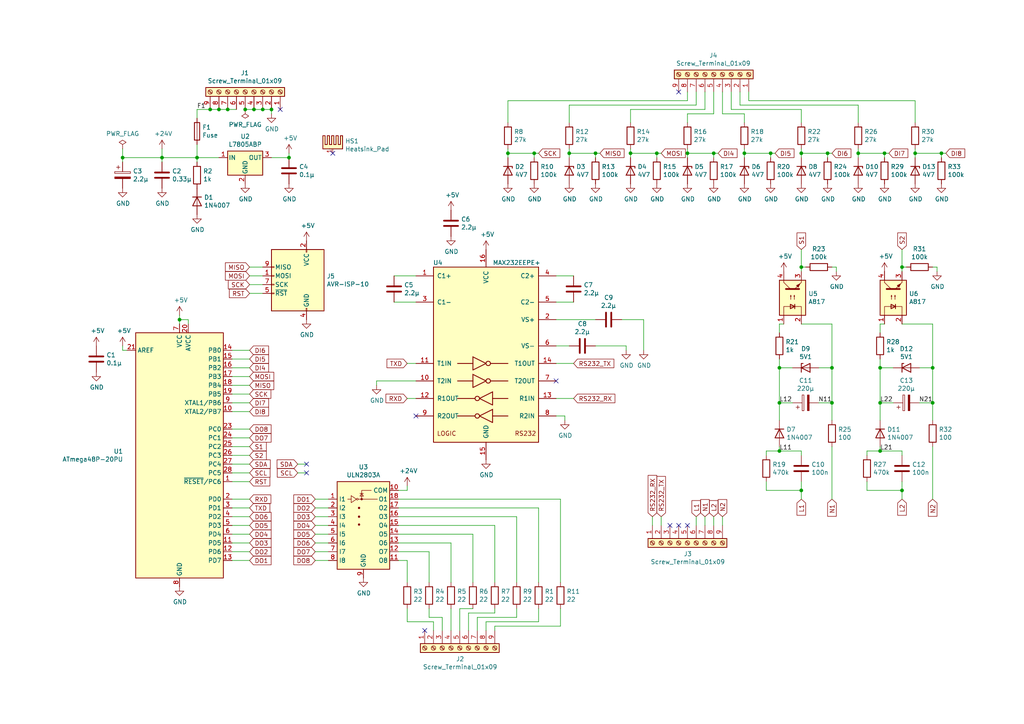
<source format=kicad_sch>
(kicad_sch (version 20230121) (generator eeschema)
  (paper "A4")
  (lib_symbols
    (symbol "Connector:AVR-ISP-10" (pin_names (offset 1.016))
      (property "Reference" "J" (at -6.35 11.43 0))
      (property "Value" "AVR-ISP-10" (at 0 11.43 0))
      (symbol "AVR-ISP-10_1_1"
        (pin passive line (at 10.16 2.54 180) (length 2.54) (name "MOSI") (number "1"))
        (pin passive line (at -2.54 -10.16 90) (length 2.54) hide (name "GND") (number "10"))
        (pin passive line (at -2.54 12.7 270) (length 2.54) (name "VCC") (number "2"))
        (pin no_connect line (at 7.62 -5.08 180) (length 2.54) hide (name "NC") (number "3"))
        (pin passive line (at -2.54 -10.16 90) (length 2.54) (name "GND") (number "4"))
        (pin passive line (at 10.16 -2.54 180) (length 2.54) (name "~{RST}") (number "5"))
        (pin passive line (at -2.54 -10.16 90) (length 2.54) hide (name "GND") (number "6"))
        (pin passive line (at 10.16 0 180) (length 2.54) (name "SCK") (number "7"))
        (pin passive line (at -2.54 -10.16 90) (length 2.54) hide (name "GND") (number "8"))
        (pin passive line (at 10.16 5.08 180) (length 2.54) (name "MISO") (number "9"))
      )
    )
    (symbol "Connector:Screw_Terminal_01x09" (pin_names (offset 1.016) hide)
      (property "Reference" "J" (at 0 12.7 0))
      (property "Value" "Screw_Terminal_01x09" (at 0 -12.7 0))
      (symbol "Screw_Terminal_01x09_1_1"
        (pin passive line (at -5.08 10.16 0) (length 3.81) (name "Pin_1") (number "1"))
        (pin passive line (at -5.08 7.62 0) (length 3.81) (name "Pin_2") (number "2"))
        (pin passive line (at -5.08 5.08 0) (length 3.81) (name "Pin_3") (number "3"))
        (pin passive line (at -5.08 2.54 0) (length 3.81) (name "Pin_4") (number "4"))
        (pin passive line (at -5.08 0 0) (length 3.81) (name "Pin_5") (number "5"))
        (pin passive line (at -5.08 -2.54 0) (length 3.81) (name "Pin_6") (number "6"))
        (pin passive line (at -5.08 -5.08 0) (length 3.81) (name "Pin_7") (number "7"))
        (pin passive line (at -5.08 -7.62 0) (length 3.81) (name "Pin_8") (number "8"))
        (pin passive line (at -5.08 -10.16 0) (length 3.81) (name "Pin_9") (number "9"))
      )
    )
    (symbol "Device:C" (pin_numbers hide) (pin_names (offset 0.254))
      (property "Reference" "C" (at 0.635 2.54 0))
      (property "Value" "C" (at 0.635 -2.54 0))
      (symbol "C_1_1"
        (pin passive line (at 0 3.81 270) (length 2.794) (name "~") (number "1"))
        (pin passive line (at 0 -3.81 90) (length 2.794) (name "~") (number "2"))
      )
    )
    (symbol "Device:D_Zener" (pin_numbers hide) (pin_names (offset 1.016) hide)
      (property "Reference" "D" (at 0 2.54 0))
      (property "Value" "D_Zener" (at 0 -2.54 0))
      (symbol "D_Zener_1_1"
        (pin passive line (at -3.81 0 0) (length 2.54) (name "K") (number "1"))
        (pin passive line (at 3.81 0 180) (length 2.54) (name "A") (number "2"))
      )
    )
    (symbol "Device:Fuse" (pin_numbers hide) (pin_names (offset 0))
      (property "Reference" "F" (at 2.032 0 90))
      (property "Value" "Fuse" (at -1.905 0 90))
      (symbol "Fuse_1_1"
        (pin passive line (at 0 3.81 270) (length 1.27) (name "~") (number "1"))
        (pin passive line (at 0 -3.81 90) (length 1.27) (name "~") (number "2"))
      )
    )
    (symbol "Device:R" (pin_numbers hide) (pin_names (offset 0))
      (property "Reference" "R" (at 2.032 0 90))
      (property "Value" "R" (at 0 0 90))
      (symbol "R_1_1"
        (pin passive line (at 0 3.81 270) (length 1.27) (name "~") (number "1"))
        (pin passive line (at 0 -3.81 90) (length 1.27) (name "~") (number "2"))
      )
    )
    (symbol "Diode:1N4007" (pin_numbers hide) (pin_names hide)
      (property "Reference" "D" (at 0 2.54 0))
      (property "Value" "1N4007" (at 0 -2.54 0))
      (symbol "1N4007_1_1"
        (pin passive line (at -3.81 0 0) (length 2.54) (name "K") (number "1"))
        (pin passive line (at 3.81 0 180) (length 2.54) (name "A") (number "2"))
      )
    )
    (symbol "Interface_UART:MAX232" (pin_names (offset 1.016))
      (property "Reference" "U" (at -2.54 28.575 0))
      (property "Value" "MAX232" (at -2.54 26.67 0))
      (symbol "MAX232_0_0"
        (text "LOGIC" (at -11.43 -22.86 0) (effects (font (size 1.27 1.27))))
        (text "RS232" (at 11.43 -22.86 0) (effects (font (size 1.27 1.27))))
      )
      (symbol "MAX232_1_1"
        (pin passive line (at -20.32 22.86 0) (length 5.08) (name "C1+") (number "1"))
        (pin input line (at -20.32 -7.62 0) (length 5.08) (name "T2IN") (number "10"))
        (pin input line (at -20.32 -2.54 0) (length 5.08) (name "T1IN") (number "11"))
        (pin output line (at -20.32 -12.7 0) (length 5.08) (name "R1OUT") (number "12"))
        (pin input line (at 20.32 -12.7 180) (length 5.08) (name "R1IN") (number "13"))
        (pin output line (at 20.32 -2.54 180) (length 5.08) (name "T1OUT") (number "14"))
        (pin power_in line (at 0 -30.48 90) (length 5.08) (name "GND") (number "15"))
        (pin power_in line (at 0 30.48 270) (length 5.08) (name "VCC") (number "16"))
        (pin power_out line (at 20.32 10.16 180) (length 5.08) (name "VS+") (number "2"))
        (pin passive line (at -20.32 15.24 0) (length 5.08) (name "C1-") (number "3"))
        (pin passive line (at 20.32 22.86 180) (length 5.08) (name "C2+") (number "4"))
        (pin passive line (at 20.32 15.24 180) (length 5.08) (name "C2-") (number "5"))
        (pin power_out line (at 20.32 2.54 180) (length 5.08) (name "VS-") (number "6"))
        (pin output line (at 20.32 -7.62 180) (length 5.08) (name "T2OUT") (number "7"))
        (pin input line (at 20.32 -17.78 180) (length 5.08) (name "R2IN") (number "8"))
        (pin output line (at -20.32 -17.78 0) (length 5.08) (name "R2OUT") (number "9"))
      )
    )
    (symbol "Isolator:PC817" (pin_names (offset 1.016))
      (property "Reference" "U" (at -5.08 5.08 0))
      (property "Value" "PC817" (at 0 5.08 0))
      (symbol "PC817_1_1"
        (pin passive line (at -7.62 2.54 0) (length 2.54) (name "~") (number "1"))
        (pin passive line (at -7.62 -2.54 0) (length 2.54) (name "~") (number "2"))
        (pin passive line (at 7.62 -2.54 180) (length 2.54) (name "~") (number "3"))
        (pin passive line (at 7.62 2.54 180) (length 2.54) (name "~") (number "4"))
      )
    )
    (symbol "Mechanical:Heatsink_Pad" (pin_names (offset 0))
      (property "Reference" "HS" (at 0 5.715 0))
      (property "Value" "Heatsink_Pad" (at 0 3.81 0))
      (symbol "Heatsink_Pad_1_1"
        (pin passive line (at 0 -2.54 90) (length 1.27) (name "~") (number "1"))
      )
    )
    (symbol "Regulator_Linear:L7805" (pin_names (offset 0.254))
      (property "Reference" "U" (at -3.81 3.175 0))
      (property "Value" "L7805" (at 0 3.175 0))
      (symbol "L7805_1_1"
        (pin power_in line (at -7.62 0 0) (length 2.54) (name "IN") (number "1"))
        (pin power_in line (at 0 -7.62 90) (length 2.54) (name "GND") (number "2"))
        (pin power_out line (at 7.62 0 180) (length 2.54) (name "OUT") (number "3"))
      )
    )
    (symbol "Transistor_Array:ULN2803A"
      (property "Reference" "U" (at 0 13.335 0))
      (property "Value" "ULN2803A" (at 0 11.43 0))
      (symbol "ULN2803A_1_1"
        (pin input line (at -10.16 5.08 0) (length 2.54) (name "I1") (number "1"))
        (pin passive line (at 10.16 7.62 180) (length 2.54) (name "COM") (number "10"))
        (pin open_collector line (at 10.16 -12.7 180) (length 2.54) (name "O8") (number "11"))
        (pin open_collector line (at 10.16 -10.16 180) (length 2.54) (name "O7") (number "12"))
        (pin open_collector line (at 10.16 -7.62 180) (length 2.54) (name "O6") (number "13"))
        (pin open_collector line (at 10.16 -5.08 180) (length 2.54) (name "O5") (number "14"))
        (pin open_collector line (at 10.16 -2.54 180) (length 2.54) (name "O4") (number "15"))
        (pin open_collector line (at 10.16 0 180) (length 2.54) (name "O3") (number "16"))
        (pin open_collector line (at 10.16 2.54 180) (length 2.54) (name "O2") (number "17"))
        (pin open_collector line (at 10.16 5.08 180) (length 2.54) (name "O1") (number "18"))
        (pin input line (at -10.16 2.54 0) (length 2.54) (name "I2") (number "2"))
        (pin input line (at -10.16 0 0) (length 2.54) (name "I3") (number "3"))
        (pin input line (at -10.16 -2.54 0) (length 2.54) (name "I4") (number "4"))
        (pin input line (at -10.16 -5.08 0) (length 2.54) (name "I5") (number "5"))
        (pin input line (at -10.16 -7.62 0) (length 2.54) (name "I6") (number "6"))
        (pin input line (at -10.16 -10.16 0) (length 2.54) (name "I7") (number "7"))
        (pin input line (at -10.16 -12.7 0) (length 2.54) (name "I8") (number "8"))
        (pin power_in line (at 0 -17.78 90) (length 2.54) (name "GND") (number "9"))
      )
    )
    (symbol "homecontrol-rescue:ATmega48P-20PU-MCU_Microchip_ATmega"
      (property "Reference" "U" (at -12.7 36.83 0))
      (property "Value" "MCU_Microchip_ATmega_ATmega48P-20PU" (at 2.54 -36.83 0))
      (symbol "ATmega48P-20PU-MCU_Microchip_ATmega_1_1"
        (pin bidirectional line (at 15.24 -7.62 180) (length 2.54) (name "~{RESET}/PC6") (number "1"))
        (pin bidirectional line (at 15.24 12.7 180) (length 2.54) (name "XTAL2/PB7") (number "10"))
        (pin bidirectional line (at 15.24 -25.4 180) (length 2.54) (name "PD5") (number "11"))
        (pin bidirectional line (at 15.24 -27.94 180) (length 2.54) (name "PD6") (number "12"))
        (pin bidirectional line (at 15.24 -30.48 180) (length 2.54) (name "PD7") (number "13"))
        (pin bidirectional line (at 15.24 30.48 180) (length 2.54) (name "PB0") (number "14"))
        (pin bidirectional line (at 15.24 27.94 180) (length 2.54) (name "PB1") (number "15"))
        (pin bidirectional line (at 15.24 25.4 180) (length 2.54) (name "PB2") (number "16"))
        (pin bidirectional line (at 15.24 22.86 180) (length 2.54) (name "PB3") (number "17"))
        (pin bidirectional line (at 15.24 20.32 180) (length 2.54) (name "PB4") (number "18"))
        (pin bidirectional line (at 15.24 17.78 180) (length 2.54) (name "PB5") (number "19"))
        (pin bidirectional line (at 15.24 -12.7 180) (length 2.54) (name "PD0") (number "2"))
        (pin power_in line (at 2.54 38.1 270) (length 2.54) (name "AVCC") (number "20"))
        (pin passive line (at -15.24 30.48 0) (length 2.54) (name "AREF") (number "21"))
        (pin passive line (at 0 -38.1 90) (length 2.54) hide (name "GND") (number "22"))
        (pin bidirectional line (at 15.24 7.62 180) (length 2.54) (name "PC0") (number "23"))
        (pin bidirectional line (at 15.24 5.08 180) (length 2.54) (name "PC1") (number "24"))
        (pin bidirectional line (at 15.24 2.54 180) (length 2.54) (name "PC2") (number "25"))
        (pin bidirectional line (at 15.24 0 180) (length 2.54) (name "PC3") (number "26"))
        (pin bidirectional line (at 15.24 -2.54 180) (length 2.54) (name "PC4") (number "27"))
        (pin bidirectional line (at 15.24 -5.08 180) (length 2.54) (name "PC5") (number "28"))
        (pin bidirectional line (at 15.24 -15.24 180) (length 2.54) (name "PD1") (number "3"))
        (pin bidirectional line (at 15.24 -17.78 180) (length 2.54) (name "PD2") (number "4"))
        (pin bidirectional line (at 15.24 -20.32 180) (length 2.54) (name "PD3") (number "5"))
        (pin bidirectional line (at 15.24 -22.86 180) (length 2.54) (name "PD4") (number "6"))
        (pin power_in line (at 0 38.1 270) (length 2.54) (name "VCC") (number "7"))
        (pin power_in line (at 0 -38.1 90) (length 2.54) (name "GND") (number "8"))
        (pin bidirectional line (at 15.24 15.24 180) (length 2.54) (name "XTAL1/PB6") (number "9"))
      )
    )
    (symbol "homecontrol-rescue:CP-Device" (pin_numbers hide) (pin_names (offset 0.254))
      (property "Reference" "C" (at 0.635 2.54 0))
      (property "Value" "Device_CP" (at 0.635 -2.54 0))
      (symbol "CP-Device_1_1"
        (pin passive line (at 0 3.81 270) (length 2.794) (name "~") (number "1"))
        (pin passive line (at 0 -3.81 90) (length 2.794) (name "~") (number "2"))
      )
    )
    (symbol "power:+24V" (power) (pin_names (offset 0))
      (property "Value" "+24V" (at 0 3.556 0))
      (symbol "+24V_1_1"
        (pin power_in line (at 0 0 90) (length 0) hide (name "+24V") (number "1"))
      )
    )
    (symbol "power:+5V" (power) (pin_names (offset 0))
      (property "Value" "+5V" (at 0 3.556 0))
      (symbol "+5V_1_1"
        (pin power_in line (at 0 0 90) (length 0) hide (name "+5V") (number "1"))
      )
    )
    (symbol "power:GND" (power) (pin_names (offset 0))
      (property "Value" "GND" (at 0 -3.81 0))
      (symbol "GND_1_1"
        (pin power_in line (at 0 0 270) (length 0) hide (name "GND") (number "1"))
      )
    )
    (symbol "power:PWR_FLAG" (power) (pin_numbers hide) (pin_names (offset 0) hide)
      (property "Value" "PWR_FLAG" (at 0 3.81 0))
      (symbol "PWR_FLAG_0_0"
        (pin power_out line (at 0 0 90) (length 0) (name "pwr") (number "1"))
      )
    )
  )
  (junction (at 232.41 44.45))
  (junction (at 226.06 130.81))
  (junction (at 182.88 44.45))
  (junction (at 63.5 31.75))
  (junction (at 52.07 92.71))
  (junction (at 66.04 31.75))
  (junction (at 215.9 44.45))
  (junction (at 270.51 116.84))
  (junction (at 190.5 44.45))
  (junction (at 232.41 77.47))
  (junction (at 57.15 45.72))
  (junction (at 261.62 77.47))
  (junction (at 261.62 142.24))
  (junction (at 78.74 31.75))
  (junction (at 255.27 106.68))
  (junction (at 147.32 44.45))
  (junction (at 232.41 142.24))
  (junction (at 241.3 116.84))
  (junction (at 83.82 45.72))
  (junction (at 207.01 44.45))
  (junction (at 273.05 44.45))
  (junction (at 165.1 44.45))
  (junction (at 226.06 106.68))
  (junction (at 241.3 106.68))
  (junction (at 256.54 44.45))
  (junction (at 255.27 130.81))
  (junction (at 154.94 44.45))
  (junction (at 255.27 116.84))
  (junction (at 248.92 44.45))
  (junction (at 199.39 44.45))
  (junction (at 240.03 44.45))
  (junction (at 270.51 106.68))
  (junction (at 226.06 116.84))
  (junction (at 71.12 31.75))
  (junction (at 60.96 31.75))
  (junction (at 265.43 44.45))
  (junction (at 73.66 31.75))
  (junction (at 46.99 45.72))
  (junction (at 35.56 45.72))
  (junction (at 172.72 44.45))
  (junction (at 223.52 44.45))
  (junction (at 76.2 31.75))
  (no_connect (at 120.65 120.65))
  (no_connect (at 123.19 182.88))
  (no_connect (at 88.9 134.62))
  (no_connect (at 88.9 137.16))
  (no_connect (at 196.85 26.67))
  (no_connect (at 96.52 44.45))
  (no_connect (at 194.31 152.4))
  (no_connect (at 196.85 152.4))
  (no_connect (at 199.39 152.4))
  (no_connect (at 161.29 110.49))
  (no_connect (at 81.28 31.75))
  (wire (pts (xy 226.06 130.81) (xy 222.25 130.81)))
  (wire (pts (xy 163.83 121.92) (xy 163.83 120.65)))
  (wire (pts (xy 46.99 43.18) (xy 46.99 45.72)))
  (wire (pts (xy 207.01 149.86) (xy 207.01 152.4)))
  (wire (pts (xy 140.97 180.34) (xy 156.21 180.34)))
  (wire (pts (xy 143.51 152.4) (xy 143.51 168.91)))
  (wire (pts (xy 54.61 92.71) (xy 54.61 93.98)))
  (wire (pts (xy 172.72 100.33) (xy 181.61 100.33)))
  (wire (pts (xy 255.27 116.84) (xy 255.27 106.68)))
  (wire (pts (xy 72.39 139.7) (xy 67.31 139.7)))
  (wire (pts (xy 83.82 45.72) (xy 78.74 45.72)))
  (wire (pts (xy 162.56 176.53) (xy 162.56 181.61)))
  (wire (pts (xy 143.51 176.53) (xy 143.51 177.8)))
  (wire (pts (xy 232.41 142.24) (xy 232.41 144.78)))
  (wire (pts (xy 182.88 44.45) (xy 182.88 45.72)))
  (wire (pts (xy 265.43 29.21) (xy 217.17 29.21)))
  (wire (pts (xy 109.22 110.49) (xy 120.65 110.49)))
  (wire (pts (xy 201.93 149.86) (xy 201.93 152.4)))
  (wire (pts (xy 35.56 45.72) (xy 46.99 45.72)))
  (wire (pts (xy 67.31 154.94) (xy 72.39 154.94)))
  (wire (pts (xy 255.27 130.81) (xy 261.62 130.81)))
  (wire (pts (xy 271.78 77.47) (xy 271.78 78.74)))
  (wire (pts (xy 149.86 179.07) (xy 149.86 176.53)))
  (wire (pts (xy 199.39 35.56) (xy 199.39 33.02)))
  (wire (pts (xy 270.51 106.68) (xy 266.7 106.68)))
  (wire (pts (xy 222.25 130.81) (xy 222.25 132.08)))
  (wire (pts (xy 67.31 104.14) (xy 72.39 104.14)))
  (wire (pts (xy 241.3 106.68) (xy 237.49 106.68)))
  (wire (pts (xy 72.39 137.16) (xy 67.31 137.16)))
  (wire (pts (xy 255.27 106.68) (xy 259.08 106.68)))
  (wire (pts (xy 114.3 80.01) (xy 120.65 80.01)))
  (wire (pts (xy 66.04 31.75) (xy 68.58 31.75)))
  (wire (pts (xy 226.06 121.92) (xy 226.06 116.84)))
  (wire (pts (xy 256.54 44.45) (xy 257.81 44.45)))
  (wire (pts (xy 72.39 119.38) (xy 67.31 119.38)))
  (wire (pts (xy 259.08 116.84) (xy 255.27 116.84)))
  (wire (pts (xy 232.41 77.47) (xy 232.41 78.74)))
  (wire (pts (xy 72.39 109.22) (xy 67.31 109.22)))
  (wire (pts (xy 204.47 31.75) (xy 182.88 31.75)))
  (wire (pts (xy 251.46 130.81) (xy 251.46 132.08)))
  (wire (pts (xy 273.05 44.45) (xy 274.32 44.45)))
  (wire (pts (xy 214.63 30.48) (xy 248.92 30.48)))
  (wire (pts (xy 67.31 147.32) (xy 72.39 147.32)))
  (wire (pts (xy 115.57 149.86) (xy 149.86 149.86)))
  (wire (pts (xy 67.31 134.62) (xy 72.39 134.62)))
  (wire (pts (xy 261.62 77.47) (xy 261.62 78.74)))
  (wire (pts (xy 270.51 93.98) (xy 270.51 106.68)))
  (wire (pts (xy 120.65 115.57) (xy 118.11 115.57)))
  (wire (pts (xy 242.57 77.47) (xy 242.57 78.74)))
  (wire (pts (xy 118.11 162.56) (xy 118.11 168.91)))
  (wire (pts (xy 232.41 139.7) (xy 232.41 142.24)))
  (wire (pts (xy 255.27 93.98) (xy 255.27 96.52)))
  (wire (pts (xy 161.29 92.71) (xy 172.72 92.71)))
  (wire (pts (xy 72.39 80.01) (xy 76.2 80.01)))
  (wire (pts (xy 72.39 152.4) (xy 67.31 152.4)))
  (wire (pts (xy 95.25 152.4) (xy 91.44 152.4)))
  (wire (pts (xy 115.57 154.94) (xy 137.16 154.94)))
  (wire (pts (xy 35.56 101.6) (xy 36.83 101.6)))
  (wire (pts (xy 35.56 100.33) (xy 35.56 101.6)))
  (wire (pts (xy 226.06 129.54) (xy 226.06 130.81)))
  (wire (pts (xy 261.62 142.24) (xy 251.46 142.24)))
  (wire (pts (xy 226.06 93.98) (xy 226.06 96.52)))
  (wire (pts (xy 229.87 116.84) (xy 226.06 116.84)))
  (wire (pts (xy 118.11 162.56) (xy 115.57 162.56)))
  (wire (pts (xy 161.29 80.01) (xy 166.37 80.01)))
  (wire (pts (xy 52.07 91.44) (xy 52.07 92.71)))
  (wire (pts (xy 265.43 44.45) (xy 273.05 44.45)))
  (wire (pts (xy 125.73 180.34) (xy 125.73 182.88)))
  (wire (pts (xy 67.31 132.08) (xy 72.39 132.08)))
  (wire (pts (xy 115.57 160.02) (xy 124.46 160.02)))
  (wire (pts (xy 72.39 129.54) (xy 67.31 129.54)))
  (wire (pts (xy 199.39 44.45) (xy 199.39 45.72)))
  (wire (pts (xy 182.88 44.45) (xy 190.5 44.45)))
  (wire (pts (xy 91.44 149.86) (xy 95.25 149.86)))
  (wire (pts (xy 124.46 179.07) (xy 128.27 179.07)))
  (wire (pts (xy 215.9 44.45) (xy 223.52 44.45)))
  (wire (pts (xy 63.5 31.75) (xy 66.04 31.75)))
  (wire (pts (xy 255.27 129.54) (xy 255.27 130.81)))
  (wire (pts (xy 261.62 93.98) (xy 270.51 93.98)))
  (wire (pts (xy 209.55 33.02) (xy 215.9 33.02)))
  (wire (pts (xy 261.62 130.81) (xy 261.62 132.08)))
  (wire (pts (xy 154.94 44.45) (xy 154.94 45.72)))
  (wire (pts (xy 265.43 35.56) (xy 265.43 29.21)))
  (wire (pts (xy 261.62 77.47) (xy 262.89 77.47)))
  (wire (pts (xy 72.39 124.46) (xy 67.31 124.46)))
  (wire (pts (xy 163.83 120.65) (xy 161.29 120.65)))
  (wire (pts (xy 190.5 44.45) (xy 191.77 44.45)))
  (wire (pts (xy 207.01 44.45) (xy 208.28 44.45)))
  (wire (pts (xy 241.3 144.78) (xy 241.3 129.54)))
  (wire (pts (xy 128.27 179.07) (xy 128.27 182.88)))
  (wire (pts (xy 133.35 176.53) (xy 133.35 182.88)))
  (wire (pts (xy 156.21 176.53) (xy 156.21 180.34)))
  (wire (pts (xy 133.35 176.53) (xy 137.16 176.53)))
  (wire (pts (xy 115.57 157.48) (xy 130.81 157.48)))
  (wire (pts (xy 204.47 149.86) (xy 204.47 152.4)))
  (wire (pts (xy 109.22 111.76) (xy 109.22 110.49)))
  (wire (pts (xy 115.57 144.78) (xy 162.56 144.78)))
  (wire (pts (xy 182.88 31.75) (xy 182.88 35.56)))
  (wire (pts (xy 191.77 149.86) (xy 191.77 152.4)))
  (wire (pts (xy 180.34 92.71) (xy 186.69 92.71)))
  (wire (pts (xy 57.15 41.91) (xy 57.15 45.72)))
  (wire (pts (xy 232.41 130.81) (xy 232.41 132.08)))
  (wire (pts (xy 223.52 44.45) (xy 224.79 44.45)))
  (wire (pts (xy 226.06 106.68) (xy 229.87 106.68)))
  (wire (pts (xy 270.51 116.84) (xy 270.51 106.68)))
  (wire (pts (xy 241.3 93.98) (xy 241.3 106.68)))
  (wire (pts (xy 165.1 44.45) (xy 165.1 45.72)))
  (wire (pts (xy 124.46 160.02) (xy 124.46 168.91)))
  (wire (pts (xy 78.74 31.75) (xy 78.74 33.02)))
  (wire (pts (xy 137.16 154.94) (xy 137.16 168.91)))
  (wire (pts (xy 232.41 77.47) (xy 233.68 77.47)))
  (wire (pts (xy 255.27 121.92) (xy 255.27 116.84)))
  (wire (pts (xy 226.06 116.84) (xy 226.06 106.68)))
  (wire (pts (xy 261.62 142.24) (xy 261.62 144.78)))
  (wire (pts (xy 232.41 31.75) (xy 212.09 31.75)))
  (wire (pts (xy 120.65 87.63) (xy 114.3 87.63)))
  (wire (pts (xy 72.39 157.48) (xy 67.31 157.48)))
  (wire (pts (xy 232.41 93.98) (xy 241.3 93.98)))
  (wire (pts (xy 76.2 31.75) (xy 78.74 31.75)))
  (wire (pts (xy 241.3 116.84) (xy 241.3 121.92)))
  (wire (pts (xy 261.62 72.39) (xy 261.62 77.47)))
  (wire (pts (xy 72.39 77.47) (xy 76.2 77.47)))
  (wire (pts (xy 248.92 43.18) (xy 248.92 44.45)))
  (wire (pts (xy 118.11 140.97) (xy 118.11 142.24)))
  (wire (pts (xy 172.72 44.45) (xy 172.72 45.72)))
  (wire (pts (xy 248.92 44.45) (xy 248.92 45.72)))
  (wire (pts (xy 161.29 100.33) (xy 165.1 100.33)))
  (wire (pts (xy 138.43 179.07) (xy 138.43 182.88)))
  (wire (pts (xy 67.31 114.3) (xy 72.39 114.3)))
  (wire (pts (xy 189.23 149.86) (xy 189.23 152.4)))
  (wire (pts (xy 83.82 44.45) (xy 83.82 45.72)))
  (wire (pts (xy 241.3 116.84) (xy 241.3 106.68)))
  (wire (pts (xy 57.15 31.75) (xy 57.15 34.29)))
  (wire (pts (xy 115.57 152.4) (xy 143.51 152.4)))
  (wire (pts (xy 186.69 92.71) (xy 186.69 101.6)))
  (wire (pts (xy 156.21 147.32) (xy 156.21 168.91)))
  (wire (pts (xy 147.32 43.18) (xy 147.32 44.45)))
  (wire (pts (xy 222.25 142.24) (xy 222.25 139.7)))
  (wire (pts (xy 154.94 44.45) (xy 156.21 44.45)))
  (wire (pts (xy 166.37 115.57) (xy 161.29 115.57)))
  (wire (pts (xy 147.32 44.45) (xy 147.32 45.72)))
  (wire (pts (xy 118.11 176.53) (xy 118.11 180.34)))
  (wire (pts (xy 73.66 31.75) (xy 76.2 31.75)))
  (wire (pts (xy 240.03 44.45) (xy 240.03 45.72)))
  (wire (pts (xy 248.92 44.45) (xy 256.54 44.45)))
  (wire (pts (xy 255.27 104.14) (xy 255.27 106.68)))
  (wire (pts (xy 67.31 149.86) (xy 72.39 149.86)))
  (wire (pts (xy 217.17 29.21) (xy 217.17 26.67)))
  (wire (pts (xy 71.12 31.75) (xy 73.66 31.75)))
  (wire (pts (xy 95.25 162.56) (xy 91.44 162.56)))
  (wire (pts (xy 266.7 116.84) (xy 270.51 116.84)))
  (wire (pts (xy 240.03 44.45) (xy 241.3 44.45)))
  (wire (pts (xy 35.56 43.18) (xy 35.56 45.72)))
  (wire (pts (xy 72.39 144.78) (xy 67.31 144.78)))
  (wire (pts (xy 57.15 31.75) (xy 60.96 31.75)))
  (wire (pts (xy 135.89 177.8) (xy 143.51 177.8)))
  (wire (pts (xy 251.46 142.24) (xy 251.46 139.7)))
  (wire (pts (xy 67.31 116.84) (xy 72.39 116.84)))
  (wire (pts (xy 95.25 157.48) (xy 91.44 157.48)))
  (wire (pts (xy 237.49 116.84) (xy 241.3 116.84)))
  (wire (pts (xy 223.52 44.45) (xy 223.52 45.72)))
  (wire (pts (xy 248.92 30.48) (xy 248.92 35.56)))
  (wire (pts (xy 72.39 111.76) (xy 67.31 111.76)))
  (wire (pts (xy 199.39 43.18) (xy 199.39 44.45)))
  (wire (pts (xy 147.32 44.45) (xy 154.94 44.45)))
  (wire (pts (xy 212.09 31.75) (xy 212.09 26.67)))
  (wire (pts (xy 118.11 180.34) (xy 125.73 180.34)))
  (wire (pts (xy 86.36 134.62) (xy 88.9 134.62)))
  (wire (pts (xy 91.44 144.78) (xy 95.25 144.78)))
  (wire (pts (xy 199.39 33.02) (xy 207.01 33.02)))
  (wire (pts (xy 95.25 147.32) (xy 91.44 147.32)))
  (wire (pts (xy 143.51 181.61) (xy 143.51 182.88)))
  (wire (pts (xy 201.93 30.48) (xy 201.93 26.67)))
  (wire (pts (xy 149.86 149.86) (xy 149.86 168.91)))
  (wire (pts (xy 52.07 92.71) (xy 52.07 93.98)))
  (wire (pts (xy 261.62 139.7) (xy 261.62 142.24)))
  (wire (pts (xy 227.33 93.98) (xy 226.06 93.98)))
  (wire (pts (xy 91.44 154.94) (xy 95.25 154.94)))
  (wire (pts (xy 72.39 106.68) (xy 67.31 106.68)))
  (wire (pts (xy 165.1 43.18) (xy 165.1 44.45)))
  (wire (pts (xy 265.43 43.18) (xy 265.43 44.45)))
  (wire (pts (xy 182.88 43.18) (xy 182.88 44.45)))
  (wire (pts (xy 67.31 127) (xy 72.39 127)))
  (wire (pts (xy 226.06 104.14) (xy 226.06 106.68)))
  (wire (pts (xy 215.9 44.45) (xy 215.9 45.72)))
  (wire (pts (xy 232.41 44.45) (xy 240.03 44.45)))
  (wire (pts (xy 199.39 44.45) (xy 207.01 44.45)))
  (wire (pts (xy 57.15 45.72) (xy 63.5 45.72)))
  (wire (pts (xy 124.46 176.53) (xy 124.46 179.07)))
  (wire (pts (xy 57.15 46.99) (xy 57.15 45.72)))
  (wire (pts (xy 162.56 144.78) (xy 162.56 168.91)))
  (wire (pts (xy 273.05 44.45) (xy 273.05 45.72)))
  (wire (pts (xy 67.31 160.02) (xy 72.39 160.02)))
  (wire (pts (xy 162.56 181.61) (xy 143.51 181.61)))
  (wire (pts (xy 52.07 92.71) (xy 54.61 92.71)))
  (wire (pts (xy 60.96 31.75) (xy 63.5 31.75)))
  (wire (pts (xy 226.06 130.81) (xy 232.41 130.81)))
  (wire (pts (xy 72.39 82.55) (xy 76.2 82.55)))
  (wire (pts (xy 199.39 29.21) (xy 147.32 29.21)))
  (wire (pts (xy 147.32 29.21) (xy 147.32 35.56)))
  (wire (pts (xy 232.41 43.18) (xy 232.41 44.45)))
  (wire (pts (xy 165.1 30.48) (xy 201.93 30.48)))
  (wire (pts (xy 86.36 137.16) (xy 88.9 137.16)))
  (wire (pts (xy 72.39 162.56) (xy 67.31 162.56)))
  (wire (pts (xy 232.41 35.56) (xy 232.41 31.75)))
  (wire (pts (xy 161.29 105.41) (xy 166.37 105.41)))
  (wire (pts (xy 209.55 149.86) (xy 209.55 152.4)))
  (wire (pts (xy 118.11 142.24) (xy 115.57 142.24)))
  (wire (pts (xy 165.1 44.45) (xy 172.72 44.45)))
  (wire (pts (xy 256.54 44.45) (xy 256.54 45.72)))
  (wire (pts (xy 209.55 26.67) (xy 209.55 33.02)))
  (wire (pts (xy 265.43 44.45) (xy 265.43 45.72)))
  (wire (pts (xy 130.81 176.53) (xy 130.81 182.88)))
  (wire (pts (xy 232.41 72.39) (xy 232.41 77.47)))
  (wire (pts (xy 165.1 35.56) (xy 165.1 30.48)))
  (wire (pts (xy 232.41 44.45) (xy 232.41 45.72)))
  (wire (pts (xy 130.81 157.48) (xy 130.81 168.91)))
  (wire (pts (xy 118.11 105.41) (xy 120.65 105.41)))
  (wire (pts (xy 232.41 142.24) (xy 222.25 142.24)))
  (wire (pts (xy 207.01 33.02) (xy 207.01 26.67)))
  (wire (pts (xy 46.99 45.72) (xy 57.15 45.72)))
  (wire (pts (xy 46.99 46.99) (xy 46.99 45.72)))
  (wire (pts (xy 115.57 147.32) (xy 156.21 147.32)))
  (wire (pts (xy 172.72 44.45) (xy 173.99 44.45)))
  (wire (pts (xy 72.39 101.6) (xy 67.31 101.6)))
  (wire (pts (xy 72.39 85.09) (xy 76.2 85.09)))
  (wire (pts (xy 190.5 44.45) (xy 190.5 45.72)))
  (wire (pts (xy 255.27 130.81) (xy 251.46 130.81)))
  (wire (pts (xy 256.54 93.98) (xy 255.27 93.98)))
  (wire (pts (xy 241.3 77.47) (xy 242.57 77.47)))
  (wire (pts (xy 35.56 46.99) (xy 35.56 45.72)))
  (wire (pts (xy 270.51 144.78) (xy 270.51 129.54)))
  (wire (pts (xy 138.43 179.07) (xy 149.86 179.07)))
  (wire (pts (xy 199.39 26.67) (xy 199.39 29.21)))
  (wire (pts (xy 270.51 77.47) (xy 271.78 77.47)))
  (wire (pts (xy 166.37 87.63) (xy 161.29 87.63)))
  (wire (pts (xy 91.44 160.02) (xy 95.25 160.02)))
  (wire (pts (xy 215.9 33.02) (xy 215.9 35.56)))
  (wire (pts (xy 214.63 26.67) (xy 214.63 30.48)))
  (wire (pts (xy 135.89 177.8) (xy 135.89 182.88)))
  (wire (pts (xy 270.51 116.84) (xy 270.51 121.92)))
  (wire (pts (xy 140.97 180.34) (xy 140.97 182.88)))
  (wire (pts (xy 215.9 43.18) (xy 215.9 44.45)))
  (wire (pts (xy 204.47 26.67) (xy 204.47 31.75)))
  (wire (pts (xy 181.61 100.33) (xy 181.61 101.6)))
  (wire (pts (xy 207.01 44.45) (xy 207.01 45.72)))
  (label "L12" (at 226.06 116.84 0))
  (label "L21" (at 255.27 130.81 0))
  (label "F1" (at 57.15 31.75 0))
  (label "L22" (at 255.27 116.84 0))
  (label "L11" (at 226.06 130.81 0))
  (label "N11" (at 241.3 116.84 180))
  (label "N21" (at 270.51 116.84 180))
  (global_label "DO5" (shape input) (at 91.44 154.94 180) (property "Intersheetrefs" "${INTERSHEET_REFS}" (effects hide)))
  (global_label "RS232_TX" (shape input) (at 191.77 149.86 90) (property "Intersheetrefs" "${INTERSHEET_REFS}" (effects hide)))
  (global_label "N1" (shape input) (at 204.47 149.86 90) (property "Intersheetrefs" "${INTERSHEET_REFS}" (effects hide)))
  (global_label "L2" (shape input) (at 261.62 144.78 270) (property "Intersheetrefs" "${INTERSHEET_REFS}" (effects hide)))
  (global_label "SCL" (shape input) (at 86.36 137.16 180) (property "Intersheetrefs" "${INTERSHEET_REFS}" (effects hide)))
  (global_label "RS232_TX" (shape input) (at 166.37 105.41 0) (property "Intersheetrefs" "${INTERSHEET_REFS}" (effects hide)))
  (global_label "DO6" (shape input) (at 91.44 157.48 180) (property "Intersheetrefs" "${INTERSHEET_REFS}" (effects hide)))
  (global_label "DO5" (shape input) (at 72.39 152.4 0) (property "Intersheetrefs" "${INTERSHEET_REFS}" (effects hide)))
  (global_label "S1" (shape input) (at 72.39 129.54 0) (property "Intersheetrefs" "${INTERSHEET_REFS}" (effects hide)))
  (global_label "DO8" (shape input) (at 91.44 162.56 180) (property "Intersheetrefs" "${INTERSHEET_REFS}" (effects hide)))
  (global_label "DI7" (shape input) (at 72.39 116.84 0) (property "Intersheetrefs" "${INTERSHEET_REFS}" (effects hide)))
  (global_label "DO4" (shape input) (at 91.44 152.4 180) (property "Intersheetrefs" "${INTERSHEET_REFS}" (effects hide)))
  (global_label "DI8" (shape input) (at 72.39 119.38 0) (property "Intersheetrefs" "${INTERSHEET_REFS}" (effects hide)))
  (global_label "DO6" (shape input) (at 72.39 149.86 0) (property "Intersheetrefs" "${INTERSHEET_REFS}" (effects hide)))
  (global_label "DO2" (shape input) (at 91.44 147.32 180) (property "Intersheetrefs" "${INTERSHEET_REFS}" (effects hide)))
  (global_label "MISO" (shape input) (at 72.39 111.76 0) (property "Intersheetrefs" "${INTERSHEET_REFS}" (effects hide)))
  (global_label "DI4" (shape input) (at 208.28 44.45 0) (property "Intersheetrefs" "${INTERSHEET_REFS}" (effects hide)))
  (global_label "SCL" (shape input) (at 72.39 137.16 0) (property "Intersheetrefs" "${INTERSHEET_REFS}" (effects hide)))
  (global_label "L1" (shape input) (at 201.93 149.86 90) (property "Intersheetrefs" "${INTERSHEET_REFS}" (effects hide)))
  (global_label "DI4" (shape input) (at 72.39 106.68 0) (property "Intersheetrefs" "${INTERSHEET_REFS}" (effects hide)))
  (global_label "DI8" (shape input) (at 274.32 44.45 0) (property "Intersheetrefs" "${INTERSHEET_REFS}" (effects hide)))
  (global_label "SCK" (shape input) (at 156.21 44.45 0) (property "Intersheetrefs" "${INTERSHEET_REFS}" (effects hide)))
  (global_label "DI7" (shape input) (at 257.81 44.45 0) (property "Intersheetrefs" "${INTERSHEET_REFS}" (effects hide)))
  (global_label "DO1" (shape input) (at 72.39 162.56 0) (property "Intersheetrefs" "${INTERSHEET_REFS}" (effects hide)))
  (global_label "MISO" (shape input) (at 173.99 44.45 0) (property "Intersheetrefs" "${INTERSHEET_REFS}" (effects hide)))
  (global_label "L1" (shape input) (at 232.41 144.78 270) (property "Intersheetrefs" "${INTERSHEET_REFS}" (effects hide)))
  (global_label "DO3" (shape input) (at 91.44 149.86 180) (property "Intersheetrefs" "${INTERSHEET_REFS}" (effects hide)))
  (global_label "N2" (shape input) (at 270.51 144.78 270) (property "Intersheetrefs" "${INTERSHEET_REFS}" (effects hide)))
  (global_label "S1" (shape input) (at 232.41 72.39 90) (property "Intersheetrefs" "${INTERSHEET_REFS}" (effects hide)))
  (global_label "L2" (shape input) (at 207.01 149.86 90) (property "Intersheetrefs" "${INTERSHEET_REFS}" (effects hide)))
  (global_label "N1" (shape input) (at 241.3 144.78 270) (property "Intersheetrefs" "${INTERSHEET_REFS}" (effects hide)))
  (global_label "DO4" (shape input) (at 72.39 154.94 0) (property "Intersheetrefs" "${INTERSHEET_REFS}" (effects hide)))
  (global_label "RST" (shape input) (at 72.39 85.09 180) (property "Intersheetrefs" "${INTERSHEET_REFS}" (effects hide)))
  (global_label "DO3" (shape input) (at 72.39 157.48 0) (property "Intersheetrefs" "${INTERSHEET_REFS}" (effects hide)))
  (global_label "N2" (shape input) (at 209.55 149.86 90) (property "Intersheetrefs" "${INTERSHEET_REFS}" (effects hide)))
  (global_label "DI6" (shape input) (at 72.39 101.6 0) (property "Intersheetrefs" "${INTERSHEET_REFS}" (effects hide)))
  (global_label "SCK" (shape input) (at 72.39 82.55 180) (property "Intersheetrefs" "${INTERSHEET_REFS}" (effects hide)))
  (global_label "DO8" (shape input) (at 72.39 124.46 0) (property "Intersheetrefs" "${INTERSHEET_REFS}" (effects hide)))
  (global_label "DO7" (shape input) (at 72.39 127 0) (property "Intersheetrefs" "${INTERSHEET_REFS}" (effects hide)))
  (global_label "MOSI" (shape input) (at 72.39 80.01 180) (property "Intersheetrefs" "${INTERSHEET_REFS}" (effects hide)))
  (global_label "MISO" (shape input) (at 72.39 77.47 180) (property "Intersheetrefs" "${INTERSHEET_REFS}" (effects hide)))
  (global_label "MOSI" (shape input) (at 72.39 109.22 0) (property "Intersheetrefs" "${INTERSHEET_REFS}" (effects hide)))
  (global_label "RXD" (shape input) (at 118.11 115.57 180) (property "Intersheetrefs" "${INTERSHEET_REFS}" (effects hide)))
  (global_label "DO7" (shape input) (at 91.44 160.02 180) (property "Intersheetrefs" "${INTERSHEET_REFS}" (effects hide)))
  (global_label "DI5" (shape input) (at 224.79 44.45 0) (property "Intersheetrefs" "${INTERSHEET_REFS}" (effects hide)))
  (global_label "TXD" (shape input) (at 118.11 105.41 180) (property "Intersheetrefs" "${INTERSHEET_REFS}" (effects hide)))
  (global_label "S2" (shape input) (at 72.39 132.08 0) (property "Intersheetrefs" "${INTERSHEET_REFS}" (effects hide)))
  (global_label "RS232_RX" (shape input) (at 189.23 149.86 90) (property "Intersheetrefs" "${INTERSHEET_REFS}" (effects hide)))
  (global_label "DI6" (shape input) (at 241.3 44.45 0) (property "Intersheetrefs" "${INTERSHEET_REFS}" (effects hide)))
  (global_label "DI5" (shape input) (at 72.39 104.14 0) (property "Intersheetrefs" "${INTERSHEET_REFS}" (effects hide)))
  (global_label "TXD" (shape input) (at 72.39 147.32 0) (property "Intersheetrefs" "${INTERSHEET_REFS}" (effects hide)))
  (global_label "SDA" (shape input) (at 86.36 134.62 180) (property "Intersheetrefs" "${INTERSHEET_REFS}" (effects hide)))
  (global_label "RST" (shape input) (at 72.39 139.7 0) (property "Intersheetrefs" "${INTERSHEET_REFS}" (effects hide)))
  (global_label "SDA" (shape input) (at 72.39 134.62 0) (property "Intersheetrefs" "${INTERSHEET_REFS}" (effects hide)))
  (global_label "DO1" (shape input) (at 91.44 144.78 180) (property "Intersheetrefs" "${INTERSHEET_REFS}" (effects hide)))
  (global_label "S2" (shape input) (at 261.62 72.39 90) (property "Intersheetrefs" "${INTERSHEET_REFS}" (effects hide)))
  (global_label "SCK" (shape input) (at 72.39 114.3 0) (property "Intersheetrefs" "${INTERSHEET_REFS}" (effects hide)))
  (global_label "MOSI" (shape input) (at 191.77 44.45 0) (property "Intersheetrefs" "${INTERSHEET_REFS}" (effects hide)))
  (global_label "RXD" (shape input) (at 72.39 144.78 0) (property "Intersheetrefs" "${INTERSHEET_REFS}" (effects hide)))
  (global_label "RS232_RX" (shape input) (at 166.37 115.57 0) (property "Intersheetrefs" "${INTERSHEET_REFS}" (effects hide)))
  (global_label "DO2" (shape input) (at 72.39 160.02 0) (property "Intersheetrefs" "${INTERSHEET_REFS}" (effects hide)))
  (symbol (lib_id "homecontrol-rescue:ATmega48P-20PU-MCU_Microchip_ATmega") (at 52.07 132.08 0) (unit 1)
    (property "Reference" "U1" (at 35.7124 130.9116 0) (effects (justify right)))
    (property "Value" "ATmega48P-20PU" (at 35.7124 133.223 0) (effects (justify right)))
    (property "Footprint" "Package_DIP:DIP-28_W7.62mm_Socket" (effects hide))
    (property "Datasheet" "http://ww1.microchip.com/downloads/en/DeviceDoc/Atmel-8025-8-bit-AVR-Microcontroller-ATmega48P-88P-168P_Datasheet.pdf" (effects hide))
  )
  (symbol (lib_id "power:GND") (at 52.07 170.18 0) (unit 1)
    (property "Reference" "#PWR05" (effects hide))
    (property "Value" "GND" (at 52.197 174.5742 0))
  )
  (symbol (lib_id "Regulator_Linear:L7805") (at 71.12 45.72 0) (unit 1)
    (property "Reference" "U2" (at 71.12 39.5732 0))
    (property "Value" "L7805ABP" (at 71.12 41.8846 0))
    (property "Footprint" "Package_TO_SOT_THT:TO-220-3_Vertical" (effects hide))
    (property "Datasheet" "https://www.st.com/content/ccc/resource/technical/document/datasheet/41/4f/b3/b0/12/d4/47/88/CD00000444.pdf/files/CD00000444.pdf/jcr:content/translations/en.CD00000444.pdf" (effects hide))
    (property "Supplier" "Digikey" (effects hide))
    (property "Supplier_Ref" "497-4226-5-ND" (effects hide))
  )
  (symbol (lib_id "power:GND") (at 71.12 53.34 0) (unit 1)
    (property "Reference" "#PWR07" (effects hide))
    (property "Value" "GND" (at 71.247 57.7342 0))
  )
  (symbol (lib_id "Interface_UART:MAX232") (at 140.97 102.87 0) (unit 1)
    (property "Reference" "U4" (at 127 76.2 0))
    (property "Value" "MAX232EEPE+" (at 149.86 76.2 0))
    (property "Footprint" "Package_DIP:DIP-16_W7.62mm_Socket" (effects hide))
    (property "Datasheet" "https://datasheets.maximintegrated.com/en/ds/MAX202E-MAX241E.pdf" (effects hide))
    (property "Supplier" "Digikey" (effects hide))
    (property "Supplier_Ref" "MAX232EEPE+-ND" (effects hide))
  )
  (symbol (lib_id "Transistor_Array:ULN2803A") (at 105.41 149.86 0) (unit 1)
    (property "Reference" "U3" (at 105.41 135.4582 0))
    (property "Value" "ULN2803A" (at 105.41 137.7696 0))
    (property "Footprint" "Package_DIP:DIP-18_W7.62mm_Socket" (effects hide))
    (property "Datasheet" "http://www.ti.com/lit/ds/symlink/uln2803a.pdf" (effects hide))
    (property "Supplier" "Digikey" (effects hide))
    (property "Supplier_Ref" "497-2356-5-ND" (effects hide))
  )
  (symbol (lib_id "power:GND") (at 78.74 33.02 0) (unit 1)
    (property "Reference" "#PWR08" (effects hide))
    (property "Value" "GND" (at 78.867 37.4142 0))
  )
  (symbol (lib_id "Connector:AVR-ISP-10") (at 86.36 82.55 0) (mirror y) (unit 1)
    (property "Reference" "J5" (at 94.742 80.1116 0) (effects (justify right)))
    (property "Value" "AVR-ISP-10" (at 94.742 82.423 0) (effects (justify right)))
    (property "Footprint" "Connector_IDC:IDC-Header_2x05_P2.54mm_Vertical" (effects hide))
    (property "Datasheet" " ~" (effects hide))
  )
  (symbol (lib_id "power:+5V") (at 83.82 44.45 0) (unit 1)
    (property "Reference" "#PWR09" (effects hide))
    (property "Value" "+5V" (at 84.201 40.0558 0))
  )
  (symbol (lib_id "Device:Fuse") (at 57.15 38.1 0) (unit 1)
    (property "Reference" "F1" (at 58.674 36.9316 0) (effects (justify left)))
    (property "Value" "Fuse" (at 58.674 39.243 0) (effects (justify left)))
    (property "Footprint" "Fuse:Fuseholder_Cylinder-5x20mm_Schurter_0031_8201_Horizontal_Open" (effects hide))
  )
  (symbol (lib_id "power:+24V") (at 46.99 43.18 0) (unit 1)
    (property "Reference" "#PWR06" (effects hide))
    (property "Value" "+24V" (at 47.371 38.7858 0))
  )
  (symbol (lib_id "power:+5V") (at 52.07 91.44 0) (unit 1)
    (property "Reference" "#PWR04" (effects hide))
    (property "Value" "+5V" (at 52.451 87.0458 0))
  )
  (symbol (lib_id "power:+5V") (at 35.56 100.33 0) (unit 1)
    (property "Reference" "#PWR03" (effects hide))
    (property "Value" "+5V" (at 35.941 95.9358 0))
  )
  (symbol (lib_id "power:+5V") (at 88.9 69.85 0) (unit 1)
    (property "Reference" "#PWR016" (effects hide))
    (property "Value" "+5V" (at 89.281 65.4558 0))
  )
  (symbol (lib_id "power:GND") (at 88.9 92.71 0) (unit 1)
    (property "Reference" "#PWR017" (effects hide))
    (property "Value" "GND" (at 89.027 97.1042 0))
  )
  (symbol (lib_id "Device:C") (at 46.99 50.8 0) (unit 1)
    (property "Reference" "C2" (at 49.911 49.6316 0) (effects (justify left)))
    (property "Value" "0.33µ" (at 49.911 51.943 0) (effects (justify left)))
    (property "Footprint" "Capacitor_THT:C_Disc_D4.7mm_W2.5mm_P5.00mm" (effects hide))
    (property "Type" "MLCC" (effects hide))
    (property "Voltage" "50V" (effects hide))
    (property "Supplier" "Digikey" (effects hide))
    (property "Supplier_Ref" "445-173597-1-ND" (effects hide))
  )
  (symbol (lib_id "Device:C") (at 27.94 104.14 0) (unit 1)
    (property "Reference" "C1" (at 30.861 102.9716 0) (effects (justify left)))
    (property "Value" "0.1µ" (at 30.861 105.283 0) (effects (justify left)))
    (property "Footprint" "Capacitor_THT:C_Rect_L7.0mm_W2.5mm_P5.00mm" (effects hide))
    (property "Type" "MLCC" (effects hide))
    (property "Voltage" "50V" (effects hide))
    (property "Supplier" "Digikey" (effects hide))
    (property "Supplier_Ref" "BC1101CT-ND" (effects hide))
  )
  (symbol (lib_id "power:+5V") (at 27.94 100.33 0) (unit 1)
    (property "Reference" "#PWR01" (effects hide))
    (property "Value" "+5V" (at 28.321 95.9358 0))
  )
  (symbol (lib_id "power:GND") (at 27.94 107.95 0) (unit 1)
    (property "Reference" "#PWR02" (effects hide))
    (property "Value" "GND" (at 28.067 112.3442 0))
  )
  (symbol (lib_id "power:GND") (at 105.41 167.64 0) (unit 1)
    (property "Reference" "#PWR010" (effects hide))
    (property "Value" "GND" (at 105.537 172.0342 0))
  )
  (symbol (lib_id "power:+24V") (at 118.11 140.97 0) (unit 1)
    (property "Reference" "#PWR011" (effects hide))
    (property "Value" "+24V" (at 118.491 136.5758 0))
  )
  (symbol (lib_id "power:GND") (at 140.97 133.35 0) (unit 1)
    (property "Reference" "#PWR014" (effects hide))
    (property "Value" "GND" (at 141.097 137.7442 0))
  )
  (symbol (lib_id "power:+5V") (at 140.97 72.39 0) (unit 1)
    (property "Reference" "#PWR013" (effects hide))
    (property "Value" "+5V" (at 141.351 67.9958 0))
  )
  (symbol (lib_id "power:GND") (at 109.22 111.76 0) (unit 1)
    (property "Reference" "#PWR012" (effects hide))
    (property "Value" "GND" (at 109.347 116.1542 0))
  )
  (symbol (lib_id "power:GND") (at 163.83 121.92 0) (unit 1)
    (property "Reference" "#PWR015" (effects hide))
    (property "Value" "GND" (at 163.957 126.3142 0))
  )
  (symbol (lib_id "Device:R") (at 156.21 172.72 0) (unit 1)
    (property "Reference" "R1" (at 157.988 171.5516 0) (effects (justify left)))
    (property "Value" "22" (at 157.988 173.863 0) (effects (justify left)))
    (property "Footprint" "Resistor_THT:R_Axial_DIN0207_L6.3mm_D2.5mm_P2.54mm_Vertical" (effects hide))
  )
  (symbol (lib_id "Device:R") (at 143.51 172.72 0) (unit 1)
    (property "Reference" "R7" (at 145.288 171.5516 0) (effects (justify left)))
    (property "Value" "22" (at 145.288 173.863 0) (effects (justify left)))
    (property "Footprint" "Resistor_THT:R_Axial_DIN0207_L6.3mm_D2.5mm_P2.54mm_Vertical" (effects hide))
  )
  (symbol (lib_id "Device:R") (at 130.81 172.72 0) (unit 1)
    (property "Reference" "R5" (at 132.588 171.5516 0) (effects (justify left)))
    (property "Value" "22" (at 132.588 173.863 0) (effects (justify left)))
    (property "Footprint" "Resistor_THT:R_Axial_DIN0207_L6.3mm_D2.5mm_P2.54mm_Vertical" (effects hide))
  )
  (symbol (lib_id "Device:R") (at 118.11 172.72 0) (unit 1)
    (property "Reference" "R3" (at 119.888 171.5516 0) (effects (justify left)))
    (property "Value" "22" (at 119.888 173.863 0) (effects (justify left)))
    (property "Footprint" "Resistor_THT:R_Axial_DIN0207_L6.3mm_D2.5mm_P2.54mm_Vertical" (effects hide))
  )
  (symbol (lib_id "Device:R") (at 149.86 172.72 0) (unit 1)
    (property "Reference" "R9" (at 151.638 171.5516 0) (effects (justify left)))
    (property "Value" "22" (at 151.638 173.863 0) (effects (justify left)))
    (property "Footprint" "Resistor_THT:R_Axial_DIN0207_L6.3mm_D2.5mm_P2.54mm_Vertical" (effects hide))
  )
  (symbol (lib_id "Device:R") (at 137.16 172.72 0) (unit 1)
    (property "Reference" "R6" (at 138.938 171.5516 0) (effects (justify left)))
    (property "Value" "22" (at 138.938 173.863 0) (effects (justify left)))
    (property "Footprint" "Resistor_THT:R_Axial_DIN0207_L6.3mm_D2.5mm_P2.54mm_Vertical" (effects hide))
  )
  (symbol (lib_id "Device:R") (at 124.46 172.72 0) (unit 1)
    (property "Reference" "R4" (at 126.238 171.5516 0) (effects (justify left)))
    (property "Value" "22" (at 126.238 173.863 0) (effects (justify left)))
    (property "Footprint" "Resistor_THT:R_Axial_DIN0207_L6.3mm_D2.5mm_P2.54mm_Vertical" (effects hide))
  )
  (symbol (lib_id "Device:R") (at 162.56 172.72 0) (unit 1)
    (property "Reference" "R11" (at 164.338 171.5516 0) (effects (justify left)))
    (property "Value" "22" (at 164.338 173.863 0) (effects (justify left)))
    (property "Footprint" "Resistor_THT:R_Axial_DIN0207_L6.3mm_D2.5mm_P2.54mm_Vertical" (effects hide))
  )
  (symbol (lib_id "Device:C") (at 83.82 49.53 0) (unit 1)
    (property "Reference" "C4" (at 86.741 48.3616 0) (effects (justify left)))
    (property "Value" "0.1µ" (at 86.741 50.673 0) (effects (justify left)))
    (property "Footprint" "Capacitor_THT:C_Rect_L7.0mm_W2.5mm_P5.00mm" (effects hide))
    (property "Type" "MLCC" (effects hide))
    (property "Voltage" "50V" (effects hide))
    (property "Supplier" "Digikey" (effects hide))
    (property "Supplier_Ref" "BC1101CT-ND" (effects hide))
  )
  (symbol (lib_id "power:GND") (at 83.82 53.34 0) (unit 1)
    (property "Reference" "#PWR021" (effects hide))
    (property "Value" "GND" (at 83.947 57.7342 0))
  )
  (symbol (lib_id "Device:R") (at 57.15 50.8 0) (unit 1)
    (property "Reference" "R2" (at 58.928 49.6316 0) (effects (justify left)))
    (property "Value" "1k" (at 58.928 51.943 0) (effects (justify left)))
    (property "Footprint" "Resistor_THT:R_Axial_DIN0207_L6.3mm_D2.5mm_P2.54mm_Vertical" (effects hide))
  )
  (symbol (lib_id "power:GND") (at 57.15 62.23 0) (unit 1)
    (property "Reference" "#PWR020" (effects hide))
    (property "Value" "GND" (at 57.277 66.6242 0))
  )
  (symbol (lib_id "power:GND") (at 46.99 54.61 0) (unit 1)
    (property "Reference" "#PWR019" (effects hide))
    (property "Value" "GND" (at 47.117 59.0042 0))
  )
  (symbol (lib_id "homecontrol-rescue:CP-Device") (at 35.56 50.8 0) (unit 1)
    (property "Reference" "C3" (at 38.5572 49.6316 0) (effects (justify left)))
    (property "Value" "2.2µ" (at 38.5572 51.943 0) (effects (justify left)))
    (property "Footprint" "Capacitor_THT:CP_Radial_D6.3mm_P2.50mm" (effects hide))
    (property "Voltage" "50V" (effects hide))
  )
  (symbol (lib_id "power:GND") (at 35.56 54.61 0) (unit 1)
    (property "Reference" "#PWR018" (effects hide))
    (property "Value" "GND" (at 35.687 59.0042 0))
  )
  (symbol (lib_id "Device:C") (at 166.37 83.82 0) (unit 1)
    (property "Reference" "C7" (at 169.291 82.6516 0) (effects (justify left)))
    (property "Value" "2.2µ" (at 169.291 84.963 0) (effects (justify left)))
    (property "Footprint" "Capacitor_THT:C_Rect_L4.6mm_W3.0mm_P2.50mm_MKS02_FKP02" (effects hide))
    (property "Type" "MLCC" (effects hide))
    (property "Voltage" "50V" (effects hide))
    (property "Supplier" "Digikey" (effects hide))
    (property "Supplier_Ref" "445-173138-1-ND" (effects hide))
  )
  (symbol (lib_id "Diode:1N4007") (at 57.15 58.42 270) (unit 1)
    (property "Reference" "D1" (at 59.182 57.2516 90) (effects (justify left)))
    (property "Value" "1N4007" (at 59.182 59.563 90) (effects (justify left)))
    (property "Footprint" "Diode_THT:D_DO-35_SOD27_P2.54mm_Vertical_KathodeUp" (effects hide))
    (property "Datasheet" "http://www.vishay.com/docs/88503/1n4001.pdf" (effects hide))
  )
  (symbol (lib_id "Device:C") (at 114.3 83.82 0) (unit 1)
    (property "Reference" "C5" (at 117.221 82.6516 0) (effects (justify left)))
    (property "Value" "2.2µ" (at 117.221 84.963 0) (effects (justify left)))
    (property "Footprint" "Capacitor_THT:C_Rect_L4.6mm_W3.0mm_P2.50mm_MKS02_FKP02" (effects hide))
    (property "Type" "MLCC" (effects hide))
    (property "Voltage" "50V" (effects hide))
    (property "Supplier" "Digikey" (effects hide))
    (property "Supplier_Ref" "445-173138-1-ND" (effects hide))
  )
  (symbol (lib_id "Device:C") (at 168.91 100.33 270) (unit 1)
    (property "Reference" "C8" (at 168.91 93.9292 90))
    (property "Value" "2.2µ" (at 168.91 96.2406 90))
    (property "Footprint" "Capacitor_THT:C_Rect_L4.6mm_W3.0mm_P2.50mm_MKS02_FKP02" (effects hide))
    (property "Type" "MLCC" (effects hide))
    (property "Voltage" "50V" (effects hide))
    (property "Supplier" "Digikey" (effects hide))
    (property "Supplier_Ref" "445-173138-1-ND" (effects hide))
  )
  (symbol (lib_id "Device:C") (at 176.53 92.71 270) (unit 1)
    (property "Reference" "C9" (at 176.53 86.3092 90))
    (property "Value" "2.2µ" (at 176.53 88.6206 90))
    (property "Footprint" "Capacitor_THT:C_Rect_L4.6mm_W3.0mm_P2.50mm_MKS02_FKP02" (effects hide))
    (property "Type" "MLCC" (effects hide))
    (property "Voltage" "50V" (effects hide))
    (property "Supplier" "Digikey" (effects hide))
    (property "Supplier_Ref" "445-173138-1-ND" (effects hide))
  )
  (symbol (lib_id "power:GND") (at 181.61 101.6 0) (unit 1)
    (property "Reference" "#PWR028" (effects hide))
    (property "Value" "GND" (at 181.737 105.9942 0))
  )
  (symbol (lib_id "power:GND") (at 186.69 101.6 0) (unit 1)
    (property "Reference" "#PWR030" (effects hide))
    (property "Value" "GND" (at 186.817 105.9942 0))
  )
  (symbol (lib_id "Device:C") (at 130.81 64.77 0) (unit 1)
    (property "Reference" "C6" (at 133.731 63.6016 0) (effects (justify left)))
    (property "Value" "2.2µ" (at 133.731 65.913 0) (effects (justify left)))
    (property "Footprint" "Capacitor_THT:C_Rect_L4.6mm_W3.0mm_P2.50mm_MKS02_FKP02" (effects hide))
    (property "Type" "MLCC" (effects hide))
    (property "Voltage" "50V" (effects hide))
    (property "Supplier" "Digikey" (effects hide))
    (property "Supplier_Ref" "445-173138-1-ND" (effects hide))
  )
  (symbol (lib_id "power:GND") (at 130.81 68.58 0) (unit 1)
    (property "Reference" "#PWR023" (effects hide))
    (property "Value" "GND" (at 130.937 72.9742 0))
  )
  (symbol (lib_id "power:+5V") (at 130.81 60.96 0) (unit 1)
    (property "Reference" "#PWR022" (effects hide))
    (property "Value" "+5V" (at 131.191 56.5658 0))
  )
  (symbol (lib_id "Device:R") (at 165.1 39.37 0) (unit 1)
    (property "Reference" "R12" (at 166.878 38.2016 0) (effects (justify left)))
    (property "Value" "27k" (at 166.878 40.513 0) (effects (justify left)))
    (property "Footprint" "Resistor_THT:R_Axial_DIN0207_L6.3mm_D2.5mm_P2.54mm_Vertical" (effects hide))
  )
  (symbol (lib_id "Device:R") (at 172.72 49.53 0) (unit 1)
    (property "Reference" "R13" (at 174.498 48.3616 0) (effects (justify left)))
    (property "Value" "100k" (at 174.498 50.673 0) (effects (justify left)))
    (property "Footprint" "Resistor_THT:R_Axial_DIN0207_L6.3mm_D2.5mm_P2.54mm_Vertical" (effects hide))
  )
  (symbol (lib_id "Device:D_Zener") (at 165.1 49.53 270) (unit 1)
    (property "Reference" "D3" (at 167.132 48.3616 90) (effects (justify left)))
    (property "Value" "4V7" (at 167.132 50.673 90) (effects (justify left)))
    (property "Footprint" "Diode_THT:D_DO-35_SOD27_P2.54mm_Vertical_KathodeUp" (effects hide))
    (property "Power" "400mW" (effects hide))
    (property "Supplier" "Digikey" (effects hide))
    (property "Supplier_Ref" "1727-1864-1-ND" (effects hide))
  )
  (symbol (lib_id "power:GND") (at 165.1 53.34 0) (unit 1)
    (property "Reference" "#PWR026" (effects hide))
    (property "Value" "GND" (at 165.227 57.7342 0))
  )
  (symbol (lib_id "power:GND") (at 172.72 53.34 0) (unit 1)
    (property "Reference" "#PWR027" (effects hide))
    (property "Value" "GND" (at 172.847 57.7342 0))
  )
  (symbol (lib_id "Device:R") (at 147.32 39.37 0) (unit 1)
    (property "Reference" "R8" (at 149.098 38.2016 0) (effects (justify left)))
    (property "Value" "27k" (at 149.098 40.513 0) (effects (justify left)))
    (property "Footprint" "Resistor_THT:R_Axial_DIN0207_L6.3mm_D2.5mm_P2.54mm_Vertical" (effects hide))
  )
  (symbol (lib_id "Device:R") (at 154.94 49.53 0) (unit 1)
    (property "Reference" "R10" (at 156.718 48.3616 0) (effects (justify left)))
    (property "Value" "100k" (at 156.718 50.673 0) (effects (justify left)))
    (property "Footprint" "Resistor_THT:R_Axial_DIN0207_L6.3mm_D2.5mm_P2.54mm_Vertical" (effects hide))
  )
  (symbol (lib_id "Device:D_Zener") (at 147.32 49.53 270) (unit 1)
    (property "Reference" "D2" (at 149.352 48.3616 90) (effects (justify left)))
    (property "Value" "4V7" (at 149.352 50.673 90) (effects (justify left)))
    (property "Footprint" "Diode_THT:D_DO-35_SOD27_P2.54mm_Vertical_KathodeUp" (effects hide))
    (property "Power" "400mW" (effects hide))
    (property "Supplier" "Digikey" (effects hide))
    (property "Supplier_Ref" "1727-1864-1-ND" (effects hide))
  )
  (symbol (lib_id "power:GND") (at 147.32 53.34 0) (unit 1)
    (property "Reference" "#PWR024" (effects hide))
    (property "Value" "GND" (at 147.447 57.7342 0))
  )
  (symbol (lib_id "power:GND") (at 154.94 53.34 0) (unit 1)
    (property "Reference" "#PWR025" (effects hide))
    (property "Value" "GND" (at 155.067 57.7342 0))
  )
  (symbol (lib_id "Device:R") (at 182.88 39.37 0) (unit 1)
    (property "Reference" "R14" (at 184.658 38.2016 0) (effects (justify left)))
    (property "Value" "27k" (at 184.658 40.513 0) (effects (justify left)))
    (property "Footprint" "Resistor_THT:R_Axial_DIN0207_L6.3mm_D2.5mm_P2.54mm_Vertical" (effects hide))
  )
  (symbol (lib_id "Device:R") (at 190.5 49.53 0) (unit 1)
    (property "Reference" "R15" (at 192.278 48.3616 0) (effects (justify left)))
    (property "Value" "100k" (at 192.278 50.673 0) (effects (justify left)))
    (property "Footprint" "Resistor_THT:R_Axial_DIN0207_L6.3mm_D2.5mm_P2.54mm_Vertical" (effects hide))
  )
  (symbol (lib_id "Device:D_Zener") (at 182.88 49.53 270) (unit 1)
    (property "Reference" "D4" (at 184.912 48.3616 90) (effects (justify left)))
    (property "Value" "4V7" (at 184.912 50.673 90) (effects (justify left)))
    (property "Footprint" "Diode_THT:D_DO-35_SOD27_P2.54mm_Vertical_KathodeUp" (effects hide))
    (property "Power" "400mW" (effects hide))
    (property "Supplier" "Digikey" (effects hide))
    (property "Supplier_Ref" "1727-1864-1-ND" (effects hide))
  )
  (symbol (lib_id "power:GND") (at 182.88 53.34 0) (unit 1)
    (property "Reference" "#PWR029" (effects hide))
    (property "Value" "GND" (at 183.007 57.7342 0))
  )
  (symbol (lib_id "power:GND") (at 190.5 53.34 0) (unit 1)
    (property "Reference" "#PWR031" (effects hide))
    (property "Value" "GND" (at 190.627 57.7342 0))
  )
  (symbol (lib_id "Device:R") (at 199.39 39.37 0) (unit 1)
    (property "Reference" "R16" (at 201.168 38.2016 0) (effects (justify left)))
    (property "Value" "27k" (at 201.168 40.513 0) (effects (justify left)))
    (property "Footprint" "Resistor_THT:R_Axial_DIN0207_L6.3mm_D2.5mm_P2.54mm_Vertical" (effects hide))
  )
  (symbol (lib_id "Device:R") (at 207.01 49.53 0) (unit 1)
    (property "Reference" "R17" (at 208.788 48.3616 0) (effects (justify left)))
    (property "Value" "100k" (at 208.788 50.673 0) (effects (justify left)))
    (property "Footprint" "Resistor_THT:R_Axial_DIN0207_L6.3mm_D2.5mm_P2.54mm_Vertical" (effects hide))
  )
  (symbol (lib_id "Device:D_Zener") (at 199.39 49.53 270) (unit 1)
    (property "Reference" "D5" (at 201.422 48.3616 90) (effects (justify left)))
    (property "Value" "4V7" (at 201.422 50.673 90) (effects (justify left)))
    (property "Footprint" "Diode_THT:D_DO-35_SOD27_P2.54mm_Vertical_KathodeUp" (effects hide))
    (property "Power" "400mW" (effects hide))
    (property "Supplier" "Digikey" (effects hide))
    (property "Supplier_Ref" "1727-1864-1-ND" (effects hide))
  )
  (symbol (lib_id "power:GND") (at 199.39 53.34 0) (unit 1)
    (property "Reference" "#PWR032" (effects hide))
    (property "Value" "GND" (at 199.517 57.7342 0))
  )
  (symbol (lib_id "power:GND") (at 207.01 53.34 0) (unit 1)
    (property "Reference" "#PWR033" (effects hide))
    (property "Value" "GND" (at 207.137 57.7342 0))
  )
  (symbol (lib_id "Device:R") (at 215.9 39.37 0) (unit 1)
    (property "Reference" "R18" (at 217.678 38.2016 0) (effects (justify left)))
    (property "Value" "27k" (at 217.678 40.513 0) (effects (justify left)))
    (property "Footprint" "Resistor_THT:R_Axial_DIN0207_L6.3mm_D2.5mm_P2.54mm_Vertical" (effects hide))
  )
  (symbol (lib_id "Device:R") (at 223.52 49.53 0) (unit 1)
    (property "Reference" "R20" (at 225.298 48.3616 0) (effects (justify left)))
    (property "Value" "100k" (at 225.298 50.673 0) (effects (justify left)))
    (property "Footprint" "Resistor_THT:R_Axial_DIN0207_L6.3mm_D2.5mm_P2.54mm_Vertical" (effects hide))
  )
  (symbol (lib_id "Device:D_Zener") (at 215.9 49.53 270) (unit 1)
    (property "Reference" "D6" (at 217.932 48.3616 90) (effects (justify left)))
    (property "Value" "4V7" (at 217.932 50.673 90) (effects (justify left)))
    (property "Footprint" "Diode_THT:D_DO-35_SOD27_P2.54mm_Vertical_KathodeUp" (effects hide))
    (property "Power" "400mW" (effects hide))
    (property "Supplier" "Digikey" (effects hide))
    (property "Supplier_Ref" "1727-1864-1-ND" (effects hide))
  )
  (symbol (lib_id "power:GND") (at 215.9 53.34 0) (unit 1)
    (property "Reference" "#PWR034" (effects hide))
    (property "Value" "GND" (at 216.027 57.7342 0))
  )
  (symbol (lib_id "power:GND") (at 223.52 53.34 0) (unit 1)
    (property "Reference" "#PWR035" (effects hide))
    (property "Value" "GND" (at 223.647 57.7342 0))
  )
  (symbol (lib_id "Device:R") (at 232.41 39.37 0) (unit 1)
    (property "Reference" "R22" (at 234.188 38.2016 0) (effects (justify left)))
    (property "Value" "27k" (at 234.188 40.513 0) (effects (justify left)))
    (property "Footprint" "Resistor_THT:R_Axial_DIN0207_L6.3mm_D2.5mm_P2.54mm_Vertical" (effects hide))
  )
  (symbol (lib_id "Device:R") (at 240.03 49.53 0) (unit 1)
    (property "Reference" "R24" (at 241.808 48.3616 0) (effects (justify left)))
    (property "Value" "100k" (at 241.808 50.673 0) (effects (justify left)))
    (property "Footprint" "Resistor_THT:R_Axial_DIN0207_L6.3mm_D2.5mm_P2.54mm_Vertical" (effects hide))
  )
  (symbol (lib_id "Device:D_Zener") (at 232.41 49.53 270) (unit 1)
    (property "Reference" "D8" (at 234.442 48.3616 90) (effects (justify left)))
    (property "Value" "4V7" (at 234.442 50.673 90) (effects (justify left)))
    (property "Footprint" "Diode_THT:D_DO-35_SOD27_P2.54mm_Vertical_KathodeUp" (effects hide))
    (property "Power" "400mW" (effects hide))
    (property "Supplier" "Digikey" (effects hide))
    (property "Supplier_Ref" "1727-1864-1-ND" (effects hide))
  )
  (symbol (lib_id "power:GND") (at 232.41 53.34 0) (unit 1)
    (property "Reference" "#PWR037" (effects hide))
    (property "Value" "GND" (at 232.537 57.7342 0))
  )
  (symbol (lib_id "power:GND") (at 240.03 53.34 0) (unit 1)
    (property "Reference" "#PWR038" (effects hide))
    (property "Value" "GND" (at 240.157 57.7342 0))
  )
  (symbol (lib_id "Device:R") (at 248.92 39.37 0) (unit 1)
    (property "Reference" "R26" (at 250.698 38.2016 0) (effects (justify left)))
    (property "Value" "27k" (at 250.698 40.513 0) (effects (justify left)))
    (property "Footprint" "Resistor_THT:R_Axial_DIN0207_L6.3mm_D2.5mm_P2.54mm_Vertical" (effects hide))
  )
  (symbol (lib_id "Device:R") (at 256.54 49.53 0) (unit 1)
    (property "Reference" "R29" (at 258.318 48.3616 0) (effects (justify left)))
    (property "Value" "100k" (at 258.318 50.673 0) (effects (justify left)))
    (property "Footprint" "Resistor_THT:R_Axial_DIN0207_L6.3mm_D2.5mm_P2.54mm_Vertical" (effects hide))
  )
  (symbol (lib_id "Device:D_Zener") (at 248.92 49.53 270) (unit 1)
    (property "Reference" "D10" (at 250.952 48.3616 90) (effects (justify left)))
    (property "Value" "4V7" (at 250.952 50.673 90) (effects (justify left)))
    (property "Footprint" "Diode_THT:D_DO-35_SOD27_P2.54mm_Vertical_KathodeUp" (effects hide))
    (property "Power" "400mW" (effects hide))
    (property "Supplier" "Digikey" (effects hide))
    (property "Supplier_Ref" "1727-1864-1-ND" (effects hide))
  )
  (symbol (lib_id "power:GND") (at 248.92 53.34 0) (unit 1)
    (property "Reference" "#PWR040" (effects hide))
    (property "Value" "GND" (at 249.047 57.7342 0))
  )
  (symbol (lib_id "power:GND") (at 256.54 53.34 0) (unit 1)
    (property "Reference" "#PWR041" (effects hide))
    (property "Value" "GND" (at 256.667 57.7342 0))
  )
  (symbol (lib_id "Device:R") (at 265.43 39.37 0) (unit 1)
    (property "Reference" "R30" (at 267.208 38.2016 0) (effects (justify left)))
    (property "Value" "27k" (at 267.208 40.513 0) (effects (justify left)))
    (property "Footprint" "Resistor_THT:R_Axial_DIN0207_L6.3mm_D2.5mm_P2.54mm_Vertical" (effects hide))
  )
  (symbol (lib_id "Device:R") (at 273.05 49.53 0) (unit 1)
    (property "Reference" "R33" (at 274.828 48.3616 0) (effects (justify left)))
    (property "Value" "100k" (at 274.828 50.673 0) (effects (justify left)))
    (property "Footprint" "Resistor_THT:R_Axial_DIN0207_L6.3mm_D2.5mm_P2.54mm_Vertical" (effects hide))
  )
  (symbol (lib_id "Device:D_Zener") (at 265.43 49.53 270) (unit 1)
    (property "Reference" "D13" (at 267.462 48.3616 90) (effects (justify left)))
    (property "Value" "4V7" (at 267.462 50.673 90) (effects (justify left)))
    (property "Footprint" "Diode_THT:D_DO-35_SOD27_P2.54mm_Vertical_KathodeUp" (effects hide))
    (property "Power" "400mW" (effects hide))
    (property "Supplier" "Digikey" (effects hide))
    (property "Supplier_Ref" "1727-1864-1-ND" (effects hide))
  )
  (symbol (lib_id "power:GND") (at 265.43 53.34 0) (unit 1)
    (property "Reference" "#PWR043" (effects hide))
    (property "Value" "GND" (at 265.557 57.7342 0))
  )
  (symbol (lib_id "power:GND") (at 273.05 53.34 0) (unit 1)
    (property "Reference" "#PWR045" (effects hide))
    (property "Value" "GND" (at 273.177 57.7342 0))
  )
  (symbol (lib_id "Isolator:PC817") (at 259.08 86.36 90) (unit 1)
    (property "Reference" "U6" (at 263.652 85.1916 90) (effects (justify right)))
    (property "Value" "A817" (at 263.652 87.503 90) (effects (justify right)))
    (property "Footprint" "Package_DIP:DIP-4_W7.62mm" (effects hide))
    (property "Datasheet" "http://www.soselectronic.cz/a_info/resource/d/pc817.pdf" (effects hide))
  )
  (symbol (lib_id "Device:D_Zener") (at 262.89 106.68 0) (unit 1)
    (property "Reference" "D12" (at 262.89 101.1682 0))
    (property "Value" "5V1" (at 262.89 103.4796 0))
    (property "Footprint" "Diode_THT:D_DO-35_SOD27_P2.54mm_Vertical_KathodeUp" (effects hide))
    (property "Power" "0.5W" (effects hide))
  )
  (symbol (lib_id "homecontrol-rescue:CP-Device") (at 262.89 116.84 90) (unit 1)
    (property "Reference" "C13" (at 262.89 110.363 90))
    (property "Value" "220µ" (at 262.89 112.6744 90))
    (property "Footprint" "Capacitor_THT:CP_Radial_D6.3mm_P2.50mm" (effects hide))
    (property "Voltage" "16V" (effects hide))
    (property "Supplier" "Digikey" (effects hide))
    (property "Supplier_Ref" "P14393-ND" (effects hide))
  )
  (symbol (lib_id "Device:R") (at 255.27 100.33 0) (unit 1)
    (property "Reference" "R28" (at 257.048 99.1616 0) (effects (justify left)))
    (property "Value" "1k" (at 257.048 101.473 0) (effects (justify left)))
    (property "Footprint" "Resistor_THT:R_Axial_DIN0207_L6.3mm_D2.5mm_P2.54mm_Vertical" (effects hide))
  )
  (symbol (lib_id "power:+5V") (at 256.54 78.74 0) (unit 1)
    (property "Reference" "#PWR042" (effects hide))
    (property "Value" "+5V" (at 256.921 74.3458 0))
  )
  (symbol (lib_id "Device:R") (at 266.7 77.47 270) (unit 1)
    (property "Reference" "R31" (at 266.7 72.2122 90))
    (property "Value" "100k" (at 266.7 74.5236 90))
    (property "Footprint" "Resistor_THT:R_Axial_DIN0207_L6.3mm_D2.5mm_P2.54mm_Vertical" (effects hide))
  )
  (symbol (lib_id "power:GND") (at 271.78 78.74 0) (unit 1)
    (property "Reference" "#PWR044" (effects hide))
    (property "Value" "GND" (at 271.907 83.1342 0))
  )
  (symbol (lib_id "Diode:1N4007") (at 255.27 125.73 270) (unit 1)
    (property "Reference" "D11" (at 257.302 124.5616 90) (effects (justify left)))
    (property "Value" "1N4007" (at 257.302 126.873 90) (effects (justify left)))
    (property "Footprint" "Diode_THT:D_DO-201AD_P3.81mm_Vertical_KathodeUp" (effects hide))
    (property "Datasheet" "http://www.vishay.com/docs/88503/1n4001.pdf" (effects hide))
  )
  (symbol (lib_id "Device:R") (at 270.51 125.73 0) (unit 1)
    (property "Reference" "R32" (at 272.288 124.5616 0) (effects (justify left)))
    (property "Value" "100" (at 272.288 126.873 0) (effects (justify left)))
    (property "Footprint" "Resistor_THT:R_Axial_DIN0207_L6.3mm_D2.5mm_P10.16mm_Horizontal" (effects hide))
    (property "Power" "1/4 W" (effects hide))
  )
  (symbol (lib_id "Device:C") (at 261.62 135.89 180) (unit 1)
    (property "Reference" "C12" (at 264.541 134.7216 0) (effects (justify right)))
    (property "Value" "100n" (at 264.541 137.033 0) (effects (justify right)))
    (property "Footprint" "Capacitor_THT:C_Rect_L19.0mm_W6.0mm_P15.00mm_MKS4" (effects hide))
    (property "Type" "MKS4" (effects hide))
    (property "Voltage" "250V" (effects hide))
  )
  (symbol (lib_id "Device:R") (at 251.46 135.89 0) (unit 1)
    (property "Reference" "R27" (at 253.238 134.7216 0) (effects (justify left)))
    (property "Value" "470k" (at 253.238 137.033 0) (effects (justify left)))
    (property "Footprint" "Resistor_THT:R_Axial_DIN0207_L6.3mm_D2.5mm_P10.16mm_Horizontal" (effects hide))
    (property "Power" "1/4 W" (effects hide))
  )
  (symbol (lib_id "Isolator:PC817") (at 229.87 86.36 90) (unit 1)
    (property "Reference" "U5" (at 234.442 85.1916 90) (effects (justify right)))
    (property "Value" "A817" (at 234.442 87.503 90) (effects (justify right)))
    (property "Footprint" "Package_DIP:DIP-4_W7.62mm" (effects hide))
    (property "Datasheet" "http://www.soselectronic.cz/a_info/resource/d/pc817.pdf" (effects hide))
  )
  (symbol (lib_id "Device:D_Zener") (at 233.68 106.68 0) (unit 1)
    (property "Reference" "D9" (at 233.68 101.1682 0))
    (property "Value" "5V1" (at 233.68 103.4796 0))
    (property "Footprint" "Diode_THT:D_DO-35_SOD27_P2.54mm_Vertical_KathodeUp" (effects hide))
    (property "Power" "0.5W" (effects hide))
  )
  (symbol (lib_id "homecontrol-rescue:CP-Device") (at 233.68 116.84 90) (unit 1)
    (property "Reference" "C11" (at 233.68 110.363 90))
    (property "Value" "220µ" (at 233.68 112.6744 90))
    (property "Footprint" "Capacitor_THT:CP_Radial_D6.3mm_P2.50mm" (effects hide))
    (property "Voltage" "16V" (effects hide))
    (property "Supplier" "Digikey" (effects hide))
    (property "Supplier_Ref" "P14393-ND" (effects hide))
  )
  (symbol (lib_id "Device:R") (at 226.06 100.33 0) (unit 1)
    (property "Reference" "R21" (at 227.838 99.1616 0) (effects (justify left)))
    (property "Value" "1k" (at 227.838 101.473 0) (effects (justify left)))
    (property "Footprint" "Resistor_THT:R_Axial_DIN0207_L6.3mm_D2.5mm_P2.54mm_Vertical" (effects hide))
  )
  (symbol (lib_id "power:+5V") (at 227.33 78.74 0) (unit 1)
    (property "Reference" "#PWR036" (effects hide))
    (property "Value" "+5V" (at 227.711 74.3458 0))
  )
  (symbol (lib_id "Device:R") (at 237.49 77.47 270) (unit 1)
    (property "Reference" "R23" (at 237.49 72.2122 90))
    (property "Value" "100k" (at 237.49 74.5236 90))
    (property "Footprint" "Resistor_THT:R_Axial_DIN0207_L6.3mm_D2.5mm_P2.54mm_Vertical" (effects hide))
  )
  (symbol (lib_id "power:GND") (at 242.57 78.74 0) (unit 1)
    (property "Reference" "#PWR039" (effects hide))
    (property "Value" "GND" (at 242.697 83.1342 0))
  )
  (symbol (lib_id "Diode:1N4007") (at 226.06 125.73 270) (unit 1)
    (property "Reference" "D7" (at 228.092 124.5616 90) (effects (justify left)))
    (property "Value" "1N4007" (at 228.092 126.873 90) (effects (justify left)))
    (property "Footprint" "Diode_THT:D_DO-201AD_P3.81mm_Vertical_KathodeUp" (effects hide))
    (property "Datasheet" "http://www.vishay.com/docs/88503/1n4001.pdf" (effects hide))
  )
  (symbol (lib_id "Device:R") (at 241.3 125.73 0) (unit 1)
    (property "Reference" "R25" (at 243.078 124.5616 0) (effects (justify left)))
    (property "Value" "100" (at 243.078 126.873 0) (effects (justify left)))
    (property "Footprint" "Resistor_THT:R_Axial_DIN0207_L6.3mm_D2.5mm_P10.16mm_Horizontal" (effects hide))
    (property "Power" "1/4 W" (effects hide))
  )
  (symbol (lib_id "Device:C") (at 232.41 135.89 180) (unit 1)
    (property "Reference" "C10" (at 235.331 134.7216 0) (effects (justify right)))
    (property "Value" "100n" (at 235.331 137.033 0) (effects (justify right)))
    (property "Footprint" "Capacitor_THT:C_Rect_L19.0mm_W6.0mm_P15.00mm_MKS4" (effects hide))
    (property "Type" "MKS4" (effects hide))
    (property "Voltage" "250V" (effects hide))
  )
  (symbol (lib_id "Device:R") (at 222.25 135.89 0) (unit 1)
    (property "Reference" "R19" (at 224.028 134.7216 0) (effects (justify left)))
    (property "Value" "470k" (at 224.028 137.033 0) (effects (justify left)))
    (property "Footprint" "Resistor_THT:R_Axial_DIN0207_L6.3mm_D2.5mm_P10.16mm_Horizontal" (effects hide))
    (property "Power" "1/4 W" (effects hide))
  )
  (symbol (lib_id "power:PWR_FLAG") (at 35.56 43.18 0) (unit 1)
    (property "Reference" "#FLG0101" (effects hide))
    (property "Value" "PWR_FLAG" (at 35.56 38.7858 0))
  )
  (symbol (lib_id "power:PWR_FLAG") (at 71.12 31.75 180) (unit 1)
    (property "Reference" "#FLG0102" (effects hide))
    (property "Value" "PWR_FLAG" (at 71.12 36.1442 0))
  )
  (symbol (lib_id "Connector:Screw_Terminal_01x09") (at 71.12 26.67 270) (mirror x) (unit 1)
    (property "Reference" "J1" (at 71.0184 21.1582 90))
    (property "Value" "Screw_Terminal_01x09" (at 71.0184 23.4696 90))
    (property "Footprint" "TerminalBlock_Phoenix:TerminalBlock_Phoenix_MKDS-1,5-9-5.08_1x09_P5.08mm_Horizontal" (effects hide))
  )
  (symbol (lib_id "Connector:Screw_Terminal_01x09") (at 207.01 21.59 270) (mirror x) (unit 1)
    (property "Reference" "J4" (at 206.9084 16.0782 90))
    (property "Value" "Screw_Terminal_01x09" (at 206.9084 18.3896 90))
    (property "Footprint" "TerminalBlock_Phoenix:TerminalBlock_Phoenix_MKDS-1,5-9-5.08_1x09_P5.08mm_Horizontal" (effects hide))
  )
  (symbol (lib_id "Connector:Screw_Terminal_01x09") (at 133.35 187.96 90) (mirror x) (unit 1)
    (property "Reference" "J2" (at 133.4516 191.135 90))
    (property "Value" "Screw_Terminal_01x09" (at 133.4516 193.4464 90))
    (property "Footprint" "TerminalBlock_Phoenix:TerminalBlock_Phoenix_MKDS-1,5-9-5.08_1x09_P5.08mm_Horizontal" (effects hide))
  )
  (symbol (lib_id "Connector:Screw_Terminal_01x09") (at 199.39 157.48 90) (mirror x) (unit 1)
    (property "Reference" "J3" (at 199.4916 160.655 90))
    (property "Value" "Screw_Terminal_01x09" (at 199.4916 162.9664 90))
    (property "Footprint" "TerminalBlock_Phoenix:TerminalBlock_Phoenix_MKDS-1,5-9-5.08_1x09_P5.08mm_Horizontal" (effects hide))
  )
  (symbol (lib_id "Mechanical:Heatsink_Pad") (at 96.52 41.91 0) (unit 1)
    (property "Reference" "HS1" (at 100.1014 40.9194 0) (effects (justify left)))
    (property "Value" "Heatsink_Pad" (at 100.1014 43.2308 0) (effects (justify left)))
    (property "Footprint" "Custom_Library:Heatsink_Aavid_TO-220_H12.7mm" (effects hide))
  )
)
</source>
